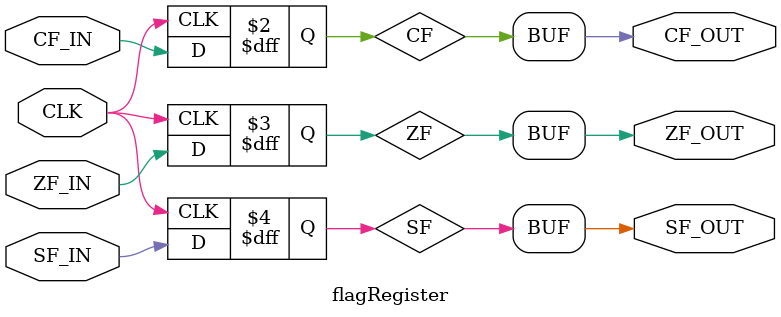
<source format=v>
module flagRegister(
    input CLK,
    input CF_IN,
    input ZF_IN,
    input SF_IN,

    output CF_OUT,
    output ZF_OUT,
    output SF_OUT
);
    reg CF, ZF, SF;
    always @(posedge CLK) begin
        CF <= CF_IN;
        ZF <= ZF_IN;
        SF <= SF_IN;
    end
    assign CF_OUT = CF;
    assign ZF_OUT = ZF;
    assign SF_OUT = SF;
endmodule
</source>
